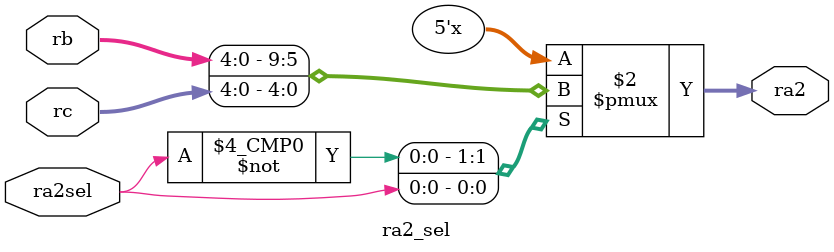
<source format=v>
`timescale 1ns / 1ps


module ra2_sel(ra2,rb,rc,ra2sel);
output reg [4:0] ra2;
input [4:0] rb;
input [4:0] rc;
input ra2sel;

always @ (ra2sel,rb,rc)
case(ra2sel)
1'b0: ra2<=rb;
1'b1: ra2<=rc;
endcase
    
endmodule

</source>
